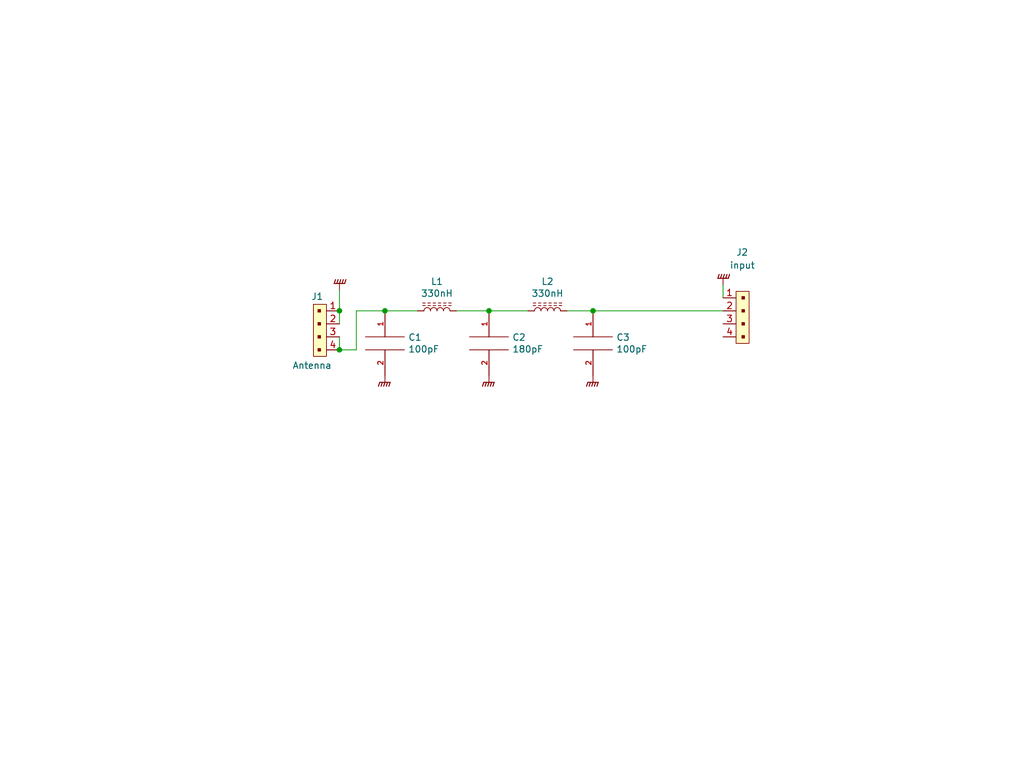
<source format=kicad_sch>
(kicad_sch (version 20211123) (generator eeschema)
  (paper "User" 200 150.012)
  (title_block (title "uSDX SDR TRX Multi Band Module") (rev "V1.00") (company "WB2CBA"))
  (lib_symbols
    (symbol "Device:L_Core_Ferrite" (pin_numbers hide) (pin_names (offset 1.016) hide)
      (property "Reference" "L" (at -1.27 0 90))
      (property "Value" "Device_L_Core_Ferrite" (at 2.794 0 90))
      (symbol "L_Core_Ferrite_0_1"
        (arc (start 0 -2.54) (mid 0.635 -1.905) (end 0 -1.27))
        (arc (start 0 -1.27) (mid 0.635 -0.635) (end 0 0))
        (polyline (pts (xy 1.016 -2.794) (xy 1.016 -2.286)))
        (polyline (pts (xy 1.016 -1.778) (xy 1.016 -1.27)))
        (polyline (pts (xy 1.016 -0.762) (xy 1.016 -0.254)))
        (polyline (pts (xy 1.016 0.254) (xy 1.016 0.762)))
        (polyline (pts (xy 1.016 1.27) (xy 1.016 1.778)))
        (polyline (pts (xy 1.016 2.286) (xy 1.016 2.794)))
        (polyline (pts (xy 1.524 -2.286) (xy 1.524 -2.794)))
        (polyline (pts (xy 1.524 -1.27) (xy 1.524 -1.778)))
        (polyline (pts (xy 1.524 -0.254) (xy 1.524 -0.762)))
        (polyline (pts (xy 1.524 0.762) (xy 1.524 0.254)))
        (polyline (pts (xy 1.524 1.778) (xy 1.524 1.27)))
        (polyline (pts (xy 1.524 2.794) (xy 1.524 2.286)))
        (arc (start 0 0) (mid 0.635 0.635) (end 0 1.27))
        (arc (start 0 1.27) (mid 0.635 1.905) (end 0 2.54))
      )
      (symbol "L_Core_Ferrite_1_1"
        (pin passive line (at 0 3.81 270) (length 1.27) (name "1") (number "1"))
        (pin passive line (at 0 -3.81 90) (length 1.27) (name "2") (number "2"))
      )
    )
    (symbol "dk_Rectangular-Connectors-Headers-Male-Pins:0022232041" (pin_names (offset 1.016))
      (property "Reference" "J" (at -2.54 1.27 0))
      (property "Value" "dk_Rectangular-Connectors-Headers-Male-Pins_0022232041" (at 3.81 -3.81 0))
      (symbol "0022232041_1_1"
        (rectangle (start -1.27 0) (end 8.89 -2.54) (fill (type background)))
        (rectangle (start -0.254 -1.143) (end 0.254 -1.651) (fill (type outline)))
        (rectangle (start 2.286 -1.143) (end 2.794 -1.651) (fill (type outline)))
        (rectangle (start 4.826 -1.143) (end 5.334 -1.651) (fill (type outline)))
        (rectangle (start 7.366 -1.143) (end 7.874 -1.651) (fill (type outline)))
        (pin passive line (at 0 2.54 270) (length 2.54) (name "~") (number "1"))
        (pin passive line (at 2.54 2.54 270) (length 2.54) (name "~") (number "2"))
        (pin passive line (at 5.08 2.54 270) (length 2.54) (name "~") (number "3"))
        (pin passive line (at 7.62 2.54 270) (length 2.54) (name "~") (number "4"))
      )
    )
    (symbol "power:GNDPWR" (power) (pin_names (offset 0))
      (property "Value" "GNDPWR" (at 0 -3.302 0))
      (symbol "GNDPWR_0_1"
        (polyline (pts (xy 0 -1.27) (xy 0 0)))
        (polyline (pts (xy -1.016 -1.27) (xy -1.27 -2.032) (xy -1.27 -2.032)) (stroke (width 0.2032)))
        (polyline (pts (xy -0.508 -1.27) (xy -0.762 -2.032) (xy -0.762 -2.032)) (stroke (width 0.2032)))
        (polyline (pts (xy 0 -1.27) (xy -0.254 -2.032) (xy -0.254 -2.032)) (stroke (width 0.2032)))
        (polyline (pts (xy 0.508 -1.27) (xy 0.254 -2.032) (xy 0.254 -2.032)) (stroke (width 0.2032)))
        (polyline (pts (xy 1.016 -1.27) (xy -1.016 -1.27) (xy -1.016 -1.27)) (stroke (width 0.2032)))
        (polyline (pts (xy 1.016 -1.27) (xy 0.762 -2.032) (xy 0.762 -2.032) (xy 0.762 -2.032)) (stroke (width 0.2032)))
      )
      (symbol "GNDPWR_1_1"
        (pin power_in line (at 0 0 270) (length 0) hide (name "GNDPWR") (number "1"))
      )
    )
    (symbol "pspice:CAP" (pin_names (offset 0.254))
      (property "Reference" "C" (at 2.54 3.81 90))
      (property "Value" "CAP" (at 2.54 -3.81 90))
      (symbol "CAP_0_1"
        (polyline (pts (xy -3.81 -1.27) (xy 3.81 -1.27)))
        (polyline (pts (xy -3.81 1.27) (xy 3.81 1.27)))
      )
      (symbol "CAP_1_1"
        (pin passive line (at 0 6.35 270) (length 5.08) (name "~") (number "1"))
        (pin passive line (at 0 -6.35 90) (length 5.08) (name "~") (number "2"))
      )
    )
  )
  (junction (at 66.294 68.326))
  (junction (at 66.294 60.706))
  (junction (at 115.824 60.706))
  (junction (at 75.184 60.706))
  (junction (at 95.504 60.706))
  (wire (pts (xy 69.596 68.326) (xy 69.596 60.706)))
  (wire (pts (xy 115.824 60.706) (xy 110.744 60.706)))
  (wire (pts (xy 66.294 60.706) (xy 66.294 63.246)))
  (wire (pts (xy 103.124 60.706) (xy 95.504 60.706)))
  (wire (pts (xy 141.224 58.166) (xy 141.224 55.626)))
  (wire (pts (xy 66.294 65.786) (xy 66.294 68.326)))
  (wire (pts (xy 115.824 60.706) (xy 141.224 60.706)))
  (wire (pts (xy 66.294 68.326) (xy 69.596 68.326)))
  (wire (pts (xy 81.534 60.706) (xy 75.184 60.706)))
  (wire (pts (xy 69.596 60.706) (xy 75.184 60.706)))
  (wire (pts (xy 95.504 60.706) (xy 89.154 60.706)))
  (wire (pts (xy 66.294 56.642) (xy 66.294 60.706)))
  (symbol (lib_id "dk_Rectangular-Connectors-Headers-Male-Pins:0022232041") (at 143.764 58.166 90) (mirror x) (unit 1)
    (property "Reference" "J2" (at 143.764 49.276 90) (effects (justify right)))
    (property "Value" "input" (at 142.494 51.816 90) (effects (justify right)))
    (property "Footprint" "digikey-footprints:PinHeader_1x4_P2.54mm_Drill1.02mm" (effects hide))
    (property "Datasheet" "https://www.molex.com/pdm_docs/sd/022232041_sd.pdf" (effects hide))
    (property "Digi-Key_PN" "WM4202-ND" (effects hide))
    (property "MPN" "0022232041" (effects hide))
    (property "Category" "Connectors, Interconnects" (effects hide))
    (property "Family" "Rectangular Connectors - Headers, Male Pins" (effects hide))
    (property "DK_Datasheet_Link" "https://www.molex.com/pdm_docs/sd/022232041_sd.pdf" (effects hide))
    (property "DK_Detail_Page" "/product-detail/en/molex/0022232041/WM4202-ND/26671" (effects hide))
    (property "Description" "CONN HEADER VERT 4POS 2.54MM" (effects hide))
    (property "Manufacturer" "Molex" (effects hide))
    (property "Status" "Active" (effects hide))
  )
  (symbol (lib_id "dk_Rectangular-Connectors-Headers-Male-Pins:0022232041") (at 63.754 60.706 270) (unit 1)
    (property "Reference" "J1" (at 61.976 57.912 90))
    (property "Value" "Antenna" (at 60.96 71.374 90))
    (property "Footprint" "digikey-footprints:PinHeader_1x4_P2.54mm_Drill1.02mm" (effects hide))
    (property "Datasheet" "https://www.molex.com/pdm_docs/sd/022232041_sd.pdf" (effects hide))
    (property "Digi-Key_PN" "WM4202-ND" (effects hide))
    (property "MPN" "0022232041" (effects hide))
    (property "Category" "Connectors, Interconnects" (effects hide))
    (property "Family" "Rectangular Connectors - Headers, Male Pins" (effects hide))
    (property "DK_Datasheet_Link" "https://www.molex.com/pdm_docs/sd/022232041_sd.pdf" (effects hide))
    (property "DK_Detail_Page" "/product-detail/en/molex/0022232041/WM4202-ND/26671" (effects hide))
    (property "Description" "CONN HEADER VERT 4POS 2.54MM" (effects hide))
    (property "Manufacturer" "Molex" (effects hide))
    (property "Status" "Active" (effects hide))
  )
  (symbol (lib_id "pspice:CAP") (at 75.184 67.056 0) (unit 1)
    (property "Reference" "C1" (at 79.7052 65.8876 0) (effects (justify left)))
    (property "Value" " 100pF" (at 79.7052 68.199 0) (effects (justify left)))
    (property "Footprint" "Capacitor_THT:C_Disc_D5.0mm_W2.5mm_P2.50mm" (effects hide))
  )
  (symbol (lib_id "pspice:CAP") (at 95.504 67.056 0) (unit 1)
    (property "Reference" "C2" (at 100.0252 65.8876 0) (effects (justify left)))
    (property "Value" "180pF" (at 100.0252 68.199 0) (effects (justify left)))
    (property "Footprint" "Capacitor_THT:C_Disc_D5.0mm_W2.5mm_P2.50mm" (effects hide))
  )
  (symbol (lib_id "pspice:CAP") (at 115.824 67.056 0) (unit 1)
    (property "Reference" "C3" (at 120.3452 65.8876 0) (effects (justify left)))
    (property "Value" " 100pF" (at 120.3452 68.199 0) (effects (justify left)))
    (property "Footprint" "Capacitor_THT:C_Disc_D5.0mm_W2.5mm_P2.50mm" (effects hide))
  )
  (symbol (lib_id "Device:L_Core_Ferrite") (at 85.344 60.706 90) (unit 1)
    (property "Reference" "L1" (at 85.344 54.991 90))
    (property "Value" " 330nH" (at 85.344 57.3024 90))
    (property "Footprint" "Inductor_THT:L_Toroid_Vertical_L10.0mm_W5.0mm_P5.08mm" (effects hide))
  )
  (symbol (lib_id "Device:L_Core_Ferrite") (at 106.934 60.706 90) (unit 1)
    (property "Reference" "L2" (at 106.934 54.991 90))
    (property "Value" " 330nH" (at 106.934 57.3024 90))
    (property "Footprint" "Inductor_THT:L_Toroid_Vertical_L10.0mm_W5.0mm_P5.08mm" (effects hide))
  )
  (symbol (lib_id "power:GNDPWR") (at 75.184 73.406 0) (unit 1)
    (property "Reference" "#PWR0101" (effects hide))
    (property "Value" "GNDPWR" (effects hide))
  )
  (symbol (lib_id "power:GNDPWR") (at 95.504 73.406 0) (unit 1)
    (property "Reference" "#PWR0102" (effects hide))
    (property "Value" "GNDPWR" (effects hide))
  )
  (symbol (lib_id "power:GNDPWR") (at 115.824 73.406 0) (unit 1)
    (property "Reference" "#PWR0103" (effects hide))
    (property "Value" "GNDPWR" (effects hide))
  )
  (symbol (lib_id "power:GNDPWR") (at 141.224 55.626 180) (unit 1)
    (property "Reference" "#PWR0106" (effects hide))
    (property "Value" "GNDPWR" (effects hide))
  )
  (symbol (lib_id "power:GNDPWR") (at 66.294 56.642 180) (unit 1)
    (property "Reference" "#PWR0104" (effects hide))
    (property "Value" "GNDPWR" (effects hide))
  )
)
</source>
